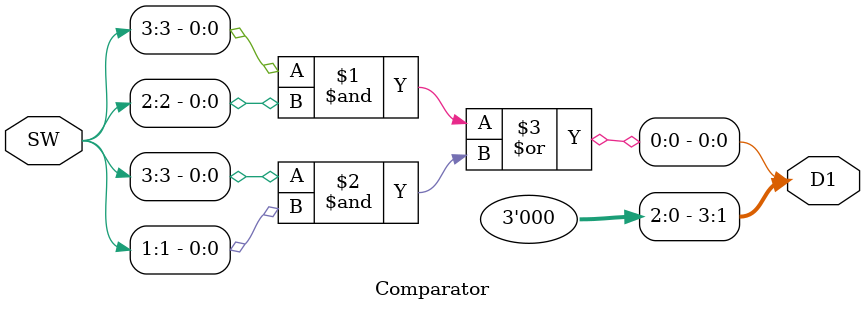
<source format=v>
/*Homework 2 Comparator written by Ben Foster
 *TCES 330 4/23/14
 */
module Comparator(SW, D1);
	input [3:0] SW; //Input Switches
	output [3:0] D1; //D1 is output for Comparator.
	
	//Equation determined by karnaugh map
	assign D1[0] = (SW[3]&SW[2])|(SW[3]&SW[1]);
	//only bit that actually changes is D1[0].
	assign D1[3:1] = 3'b000;
	
endmodule

</source>
